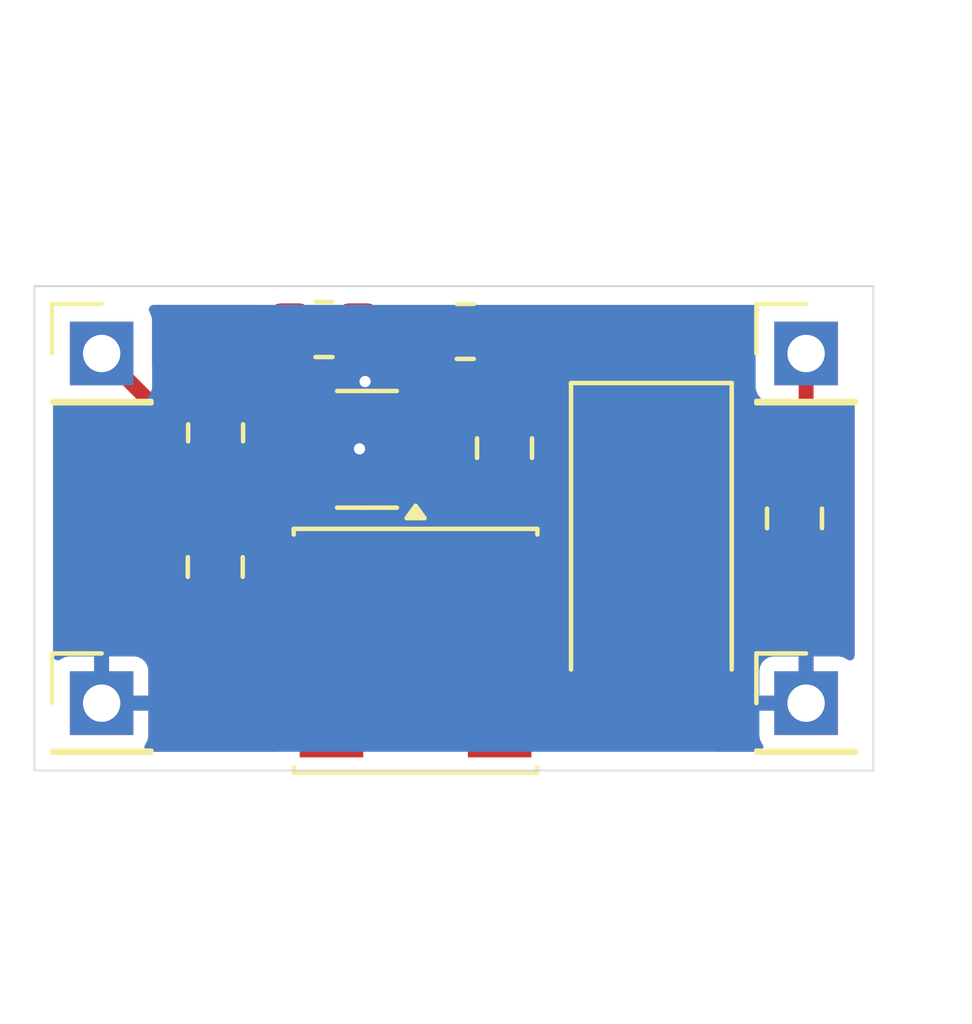
<source format=kicad_pcb>
(kicad_pcb (version 20240108) (generator "pcbnew") (generator_version "8.0")
  (layers (0 "F.Cu" signal) (31 "B.Cu" signal) (34 "B.Paste" user) (35 "F.Paste" user) (36 "B.SilkS" user "B.Silkscreen") (37 "F.SilkS" user "F.Silkscreen") (38 "B.Mask" user) (39 "F.Mask" user) (44 "Edge.Cuts" user))
  (net 0 "")
  (net 1 "+5V")
  (net 2 "GND")
  (net 3 "+12V")
  (net 4 "Net-(U1-FB)")
  (net 5 "Net-(D1-A)")
  (net 6 "Net-(U1-EN)")
  (footprint "Resistor_SMD:R_0805_2012Metric" (layer "F.Cu") (at 55.05 25.16 180)
    (property "Reference" "R3" (hide yes))
    (property "Value" "13.3K")
    (fp_line (start -0.227064 0.735) (end 0.227064 0.735) (stroke (width 0.12)) (layer "F.SilkS"))
    (fp_line (start -0.227064 -0.735) (end 0.227064 -0.735) (stroke (width 0.12)) (layer "F.SilkS"))
    (pad "1" smd roundrect (at -0.9125 0 180) (size 1.025 1.4) (layers "F.Cu" "F.Paste" "F.Mask") (roundrect_rratio 0.243902) (net 4 "Net-(U1-FB)"))
    (pad "2" smd roundrect (at 0.9125 0 180) (size 1.025 1.4) (layers "F.Cu" "F.Paste" "F.Mask") (roundrect_rratio 0.243902) (net 2 "GND"))
  )
  (footprint "Capacitor_SMD:C_0805_2012Metric" (layer "F.Cu") (at 59.88 28.33 -90)
    (property "Reference" "C3" (hide yes))
    (property "Value" "220pF / CC0805JRNPO0BN221")
    (fp_line (start -0.261252 0.735) (end 0.261252 0.735) (stroke (width 0.12)) (layer "F.SilkS"))
    (fp_line (start -0.261252 -0.735) (end 0.261252 -0.735) (stroke (width 0.12)) (layer "F.SilkS"))
    (pad "1" smd roundrect (at -0.95 0 270) (size 1 1.45) (layers "F.Cu" "F.Paste" "F.Mask") (net 4 "Net-(U1-FB)"))
    (pad "2" smd roundrect (at 0.95 0 270) (size 1 1.45) (layers "F.Cu" "F.Paste" "F.Mask") (net 3 "+12V"))
  )
  (footprint "Connector_PinHeader_2.54mm:PinHeader_1x01_P2.54mm_Vertical" (layer "F.Cu") (at 49.1 25.8)
    (property "Reference" "J1" (hide yes))
    (property "Value" "5V_In")
    (fp_line (start -1.33 -1.33) (end 0 -1.33) (stroke (width 0.12)) (layer "F.SilkS"))
    (fp_line (start -1.33 0) (end -1.33 -1.33) (stroke (width 0.12)) (layer "F.SilkS"))
    (fp_line (start -1.33 1.27) (end -1.33 1.33) (stroke (width 0.12)) (layer "F.SilkS"))
    (fp_line (start -1.33 1.27) (end 1.33 1.27) (stroke (width 0.12)) (layer "F.SilkS"))
    (fp_line (start -1.33 1.33) (end 1.33 1.33) (stroke (width 0.12)) (layer "F.SilkS"))
    (fp_line (start 1.33 1.27) (end 1.33 1.33) (stroke (width 0.12)) (layer "F.SilkS"))
    (pad "1" thru_hole rect (at 0 0) (size 1.7 1.7) (drill 1) (layers "*.Cu" "*.Mask") (net 1 "+5V"))
  )
  (footprint "Inductor_SMD:L_Changjiang_FNR6028S" (layer "F.Cu") (at 57.5 33.75)
    (property "Reference" "L1" (hide yes))
    (property "Value" "10uH / NR6028-100M-DXD")
    (fp_line (start -3.26 -3.26) (end -3.26 -3.11) (stroke (width 0.12)) (layer "F.SilkS"))
    (fp_line (start -3.26 -3.26) (end 3.26 -3.26) (stroke (width 0.12)) (layer "F.SilkS"))
    (fp_line (start -3.26 3.26) (end -3.26 3.11) (stroke (width 0.12)) (layer "F.SilkS"))
    (fp_line (start -3.26 3.26) (end 3.26 3.26) (stroke (width 0.12)) (layer "F.SilkS"))
    (fp_line (start 3.26 -3.26) (end 3.26 -3.11) (stroke (width 0.12)) (layer "F.SilkS"))
    (fp_line (start 3.26 3.26) (end 3.26 3.11) (stroke (width 0.12)) (layer "F.SilkS"))
    (pad "1" smd rect (at -2.25 0) (size 1.7 5.7) (layers "F.Cu" "F.Paste" "F.Mask") (net 1 "+5V"))
    (pad "2" smd rect (at 2.25 0) (size 1.7 5.7) (layers "F.Cu" "F.Paste" "F.Mask") (net 5 "Net-(D1-A)"))
  )
  (footprint "Capacitor_SMD:C_0805_2012Metric" (layer "F.Cu") (at 52.14 31.51 -90)
    (property "Reference" "C1" (hide yes))
    (property "Value" "4.7uF / GRM21BR61H475KE51L")
    (fp_line (start -0.261252 0.735) (end 0.261252 0.735) (stroke (width 0.12)) (layer "F.SilkS"))
    (fp_line (start -0.261252 -0.735) (end 0.261252 -0.735) (stroke (width 0.12)) (layer "F.SilkS"))
    (pad "1" smd roundrect (at -0.95 0 270) (size 1 1.45) (layers "F.Cu" "F.Paste" "F.Mask") (net 1 "+5V"))
    (pad "2" smd roundrect (at 0.95 0 270) (size 1 1.45) (layers "F.Cu" "F.Paste" "F.Mask") (net 2 "GND"))
  )
  (footprint "Resistor_SMD:R_0805_2012Metric" (layer "F.Cu") (at 58.83 25.21 180)
    (property "Reference" "R2" (hide yes))
    (property "Value" "117K")
    (fp_line (start -0.227064 0.735) (end 0.227064 0.735) (stroke (width 0.12)) (layer "F.SilkS"))
    (fp_line (start -0.227064 -0.735) (end 0.227064 -0.735) (stroke (width 0.12)) (layer "F.SilkS"))
    (pad "1" smd roundrect (at -0.9125 0 180) (size 1.025 1.4) (layers "F.Cu" "F.Paste" "F.Mask") (roundrect_rratio 0.243902) (net 3 "+12V"))
    (pad "2" smd roundrect (at 0.9125 0 180) (size 1.025 1.4) (layers "F.Cu" "F.Paste" "F.Mask") (roundrect_rratio 0.243902) (net 4 "Net-(U1-FB)"))
  )
  (footprint "Connector_PinHeader_2.54mm:PinHeader_1x01_P2.54mm_Vertical" (layer "F.Cu") (at 67.95 25.8)
    (property "Reference" "J3" (hide yes))
    (property "Value" "12V_OUT")
    (fp_line (start -1.33 -1.33) (end 0 -1.33) (stroke (width 0.12)) (layer "F.SilkS"))
    (fp_line (start -1.33 0) (end -1.33 -1.33) (stroke (width 0.12)) (layer "F.SilkS"))
    (fp_line (start -1.33 1.27) (end -1.33 1.33) (stroke (width 0.12)) (layer "F.SilkS"))
    (fp_line (start -1.33 1.27) (end 1.33 1.27) (stroke (width 0.12)) (layer "F.SilkS"))
    (fp_line (start -1.33 1.33) (end 1.33 1.33) (stroke (width 0.12)) (layer "F.SilkS"))
    (fp_line (start 1.33 1.27) (end 1.33 1.33) (stroke (width 0.12)) (layer "F.SilkS"))
    (pad "1" thru_hole rect (at 0 0) (size 1.7 1.7) (drill 1) (layers "*.Cu" "*.Mask") (net 3 "+12V"))
  )
  (footprint "Resistor_SMD:R_0805_2012Metric" (layer "F.Cu") (at 52.15 27.92 -90)
    (property "Reference" "R1" (hide yes))
    (property "Value" "51K")
    (fp_line (start -0.227064 0.735) (end 0.227064 0.735) (stroke (width 0.12)) (layer "F.SilkS"))
    (fp_line (start -0.227064 -0.735) (end 0.227064 -0.735) (stroke (width 0.12)) (layer "F.SilkS"))
    (pad "1" smd roundrect (at -0.9125 0 270) (size 1.025 1.4) (layers "F.Cu" "F.Paste" "F.Mask") (roundrect_rratio 0.243902) (net 6 "Net-(U1-EN)"))
    (pad "2" smd roundrect (at 0.9125 0 270) (size 1.025 1.4) (layers "F.Cu" "F.Paste" "F.Mask") (roundrect_rratio 0.243902) (net 1 "+5V"))
  )
  (footprint "Connector_PinHeader_2.54mm:PinHeader_1x01_P2.54mm_Vertical" (layer "F.Cu") (at 49.1 35.15)
    (property "Reference" "J2" (hide yes))
    (property "Value" "GND_In")
    (fp_line (start -1.33 -1.33) (end 0 -1.33) (stroke (width 0.12)) (layer "F.SilkS"))
    (fp_line (start -1.33 0) (end -1.33 -1.33) (stroke (width 0.12)) (layer "F.SilkS"))
    (fp_line (start -1.33 1.27) (end -1.33 1.33) (stroke (width 0.12)) (layer "F.SilkS"))
    (fp_line (start -1.33 1.27) (end 1.33 1.27) (stroke (width 0.12)) (layer "F.SilkS"))
    (fp_line (start -1.33 1.33) (end 1.33 1.33) (stroke (width 0.12)) (layer "F.SilkS"))
    (fp_line (start 1.33 1.27) (end 1.33 1.33) (stroke (width 0.12)) (layer "F.SilkS"))
    (pad "1" thru_hole rect (at 0 0) (size 1.7 1.7) (drill 1) (layers "*.Cu" "*.Mask") (net 2 "GND"))
  )
  (footprint "Connector_PinHeader_2.54mm:PinHeader_1x01_P2.54mm_Vertical" (layer "F.Cu") (at 67.95 35.15)
    (property "Reference" "J4" (hide yes))
    (property "Value" "GND_OUT")
    (fp_line (start -1.33 -1.33) (end 0 -1.33) (stroke (width 0.12)) (layer "F.SilkS"))
    (fp_line (start -1.33 0) (end -1.33 -1.33) (stroke (width 0.12)) (layer "F.SilkS"))
    (fp_line (start -1.33 1.27) (end -1.33 1.33) (stroke (width 0.12)) (layer "F.SilkS"))
    (fp_line (start -1.33 1.27) (end 1.33 1.27) (stroke (width 0.12)) (layer "F.SilkS"))
    (fp_line (start -1.33 1.33) (end 1.33 1.33) (stroke (width 0.12)) (layer "F.SilkS"))
    (fp_line (start 1.33 1.27) (end 1.33 1.33) (stroke (width 0.12)) (layer "F.SilkS"))
    (pad "1" thru_hole rect (at 0 0) (size 1.7 1.7) (drill 1) (layers "*.Cu" "*.Mask") (net 2 "GND"))
  )
  (footprint "Diode_SMD:D_SMA-SMB_Universal_Handsoldering" (layer "F.Cu") (at 63.81 31.55 -90)
    (property "Reference" "D1" (hide yes))
    (property "Value" "SS26-HT")
    (fp_line (start -4.96 2.15) (end 2.7 2.15) (stroke (width 0.12)) (layer "F.SilkS"))
    (fp_line (start -4.96 -2.15) (end -4.96 2.15) (stroke (width 0.12)) (layer "F.SilkS"))
    (fp_line (start -4.96 -2.15) (end 2.7 -2.15) (stroke (width 0.12)) (layer "F.SilkS"))
    (pad "1" smd trapezoid (at -2.9 0 270) (size 3.6 1.7) (rect_delta 0.6 0) (layers "F.Cu" "F.Paste" "F.Mask") (net 3 "+12V"))
    (pad "2" smd trapezoid (at 2.9 0 90) (size 3.6 1.7) (rect_delta 0.6 0) (layers "F.Cu" "F.Paste" "F.Mask") (net 5 "Net-(D1-A)"))
  )
  (footprint "Package_TO_SOT_SMD:SOT-23-5" (layer "F.Cu") (at 56.2 28.3625 180)
    (property "Reference" "U1" (hide yes))
    (property "Value" "LMR62014XMF")
    (fp_line (start 0 1.56) (end 0.8 1.56) (stroke (width 0.12)) (layer "F.SilkS"))
    (fp_line (start 0 1.56) (end -0.8 1.56) (stroke (width 0.12)) (layer "F.SilkS"))
    (fp_line (start 0 -1.56) (end 0.8 -1.56) (stroke (width 0.12)) (layer "F.SilkS"))
    (fp_line (start 0 -1.56) (end -0.8 -1.56) (stroke (width 0.12)) (layer "F.SilkS"))
    (fp_poly (pts (xy -1.3 -1.51) (xy -1.54 -1.84) (xy -1.06 -1.84) (xy -1.3 -1.51)) (stroke (width 0.12)) (fill solid) (layer "F.SilkS"))
    (pad "1" smd roundrect (at -1.1375 -0.95 180) (size 1.325 0.6) (layers "F.Cu" "F.Paste" "F.Mask") (net 5 "Net-(D1-A)"))
    (pad "2" smd roundrect (at -1.1375 0 180) (size 1.325 0.6) (layers "F.Cu" "F.Paste" "F.Mask") (net 2 "GND"))
    (pad "3" smd roundrect (at -1.1375 0.95 180) (size 1.325 0.6) (layers "F.Cu" "F.Paste" "F.Mask") (net 4 "Net-(U1-FB)"))
    (pad "4" smd roundrect (at 1.1375 0.95 180) (size 1.325 0.6) (layers "F.Cu" "F.Paste" "F.Mask") (net 6 "Net-(U1-EN)"))
    (pad "5" smd roundrect (at 1.1375 -0.95 180) (size 1.325 0.6) (layers "F.Cu" "F.Paste" "F.Mask") (net 1 "+5V"))
  )
  (footprint "Capacitor_SMD:C_0805_2012Metric" (layer "F.Cu") (at 67.64 30.21 -90)
    (property "Reference" "C2" (hide yes))
    (property "Value" "4.7uF / GRM21BR61H475KE51L")
    (fp_line (start -0.261252 0.735) (end 0.261252 0.735) (stroke (width 0.12)) (layer "F.SilkS"))
    (fp_line (start -0.261252 -0.735) (end 0.261252 -0.735) (stroke (width 0.12)) (layer "F.SilkS"))
    (pad "1" smd roundrect (at -0.95 0 270) (size 1 1.45) (layers "F.Cu" "F.Paste" "F.Mask") (net 3 "+12V"))
    (pad "2" smd roundrect (at 0.95 0 270) (size 1 1.45) (layers "F.Cu" "F.Paste" "F.Mask") (net 2 "GND"))
  )
  (gr_rect (start 47.3 24) (end 69.75 36.95) (stroke (width 0.05)) (fill none) (layer "Edge.Cuts"))
  (segment (start 52.1325 28.8325) (end 52.15 28.8325) (width 0.4) (layer "F.Cu") (net 1))
  (segment (start 52.63 29.3125) (end 52.15 28.8325) (width 0.4) (layer "F.Cu") (net 1))
  (segment (start 49.1 25.8) (end 52.1325 28.8325) (width 0.4) (layer "F.Cu") (net 1))
  (segment (start 52.15 28.8325) (end 52.15 30.55) (width 0.4) (layer "F.Cu") (net 1))
  (segment (start 52.15 30.55) (end 52.14 30.56) (width 0.4) (layer "F.Cu") (net 1))
  (segment (start 55.0625 29.3125) (end 55.0625 29.9375) (width 0.4) (layer "F.Cu") (net 1))
  (segment (start 55.25 30.125) (end 55.25 33.75) (width 0.4) (layer "F.Cu") (net 1))
  (segment (start 55.0625 29.3125) (end 52.63 29.3125) (width 0.4) (layer "F.Cu") (net 1))
  (segment (start 55.0625 29.9375) (end 55.25 30.125) (width 0.4) (layer "F.Cu") (net 1))
  (segment (start 56.0125 28.3625) (end 56 28.35) (width 0.4) (layer "F.Cu") (net 2))
  (segment (start 57.3375 28.3625) (end 56.0125 28.3625) (width 0.4) (layer "F.Cu") (net 2))
  (via (at 56 28.35) (size 0.6) (drill 0.3) (layers "F.Cu" "B.Cu") (net 2))
  (via (at 56.15 26.55) (size 0.6) (drill 0.3) (layers "F.Cu" "B.Cu") (net 2))
  (segment (start 67.64 29.26) (end 64.42 29.26) (width 0.4) (layer "F.Cu") (net 3))
  (segment (start 59.88 29.28) (end 63.18 29.28) (width 0.254) (layer "F.Cu") (net 3))
  (segment (start 59.7425 25.21) (end 60.37 25.21) (width 0.4) (layer "F.Cu") (net 3))
  (segment (start 60.37 25.21) (end 63.81 28.65) (width 0.4) (layer "F.Cu") (net 3))
  (segment (start 67.95 25.8) (end 67.95 28.95) (width 0.4) (layer "F.Cu") (net 3))
  (segment (start 67.95 28.95) (end 67.64 29.26) (width 0.4) (layer "F.Cu") (net 3))
  (segment (start 64.42 29.26) (end 63.81 28.65) (width 0.4) (layer "F.Cu") (net 3))
  (segment (start 63.18 29.28) (end 63.81 28.65) (width 0.254) (layer "F.Cu") (net 3))
  (segment (start 57.8675 25.16) (end 57.9175 25.21) (width 0.254) (layer "F.Cu") (net 4))
  (segment (start 57.3375 27.4125) (end 57.3375 25.79) (width 0.254) (layer "F.Cu") (net 4))
  (segment (start 59.88 27.38) (end 57.37 27.38) (width 0.254) (layer "F.Cu") (net 4))
  (segment (start 55.9625 25.16) (end 57.8675 25.16) (width 0.254) (layer "F.Cu") (net 4))
  (segment (start 57.37 27.38) (end 57.3375 27.4125) (width 0.254) (layer "F.Cu") (net 4))
  (segment (start 57.3375 25.79) (end 57.9175 25.21) (width 0.254) (layer "F.Cu") (net 4))
  (segment (start 59.75 33.75) (end 61.5 35.5) (width 0.4) (layer "F.Cu") (net 5))
  (segment (start 61.5 35.5) (end 62.9 35.5) (width 0.4) (layer "F.Cu") (net 5))
  (segment (start 57.3375 29.3125) (end 57.3375 31.3375) (width 0.4) (layer "F.Cu") (net 5))
  (segment (start 57.3375 31.3375) (end 59.75 33.75) (width 0.4) (layer "F.Cu") (net 5))
  (segment (start 62.9 35.5) (end 63.5 34.9) (width 0.4) (layer "F.Cu") (net 5))
  (segment (start 55.0625 27.4125) (end 55.0625 27.9375) (width 0.254) (layer "F.Cu") (net 6))
  (segment (start 55.0625 27.9375) (end 54.85 28.15) (width 0.254) (layer "F.Cu") (net 6))
  (segment (start 54.85 28.15) (end 53.2925 28.15) (width 0.254) (layer "F.Cu") (net 6))
  (segment (start 53.2925 28.15) (end 52.15 27.0075) (width 0.254) (layer "F.Cu") (net 6))
  (zone (net 2) (net_name "GND") (layers "F&B.Cu") (connect_pads (clearance 0.5)) (min_thickness 0.25) (fill yes (thermal_gap 0.4) (thermal_bridge_width 0.4))
    (polygon (pts (xy 47.3 24) (xy 69.8 24) (xy 69.8 36.95) (xy 47.3 36.95)))
  )
)
</source>
